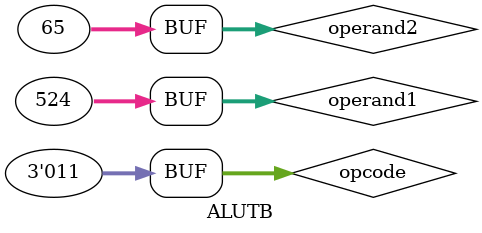
<source format=v>
`timescale 1ns / 1ps

module ALUTB();
    
    reg [31:0] operand1, operand2;
    reg [2:0] opcode;
    wire [31:0] oOutput;
    wire newPC;
    
    ALU ALU_UUT(.ip_0(operand1), .ip_1(operand2), .opcode(opcode), .op_0(oOutput), .change_pc(newPC));
    
    initial begin
        
        operand1 <= 102;
        operand2 <= 93;
        opcode <= 4;
        #10
        operand1 <= 91;
        operand2 <= 2;
        opcode <= 5;
        #10
        operand1 <= 32;
        operand2 <= 20;
        opcode <= 6;
        #10
        operand1 <= 10;
        operand2 <= 23;
        opcode <= 7;
        #10
        operand1 <= 2;
        operand2 <= 2;
        opcode <= 2;
        #10
        operand1 <= 8;
        #10
        operand1 <= 61;
        operand2 <= 65;
        opcode <= 3;
        #10
        operand1 <= 524;
    
    end
endmodule

</source>
